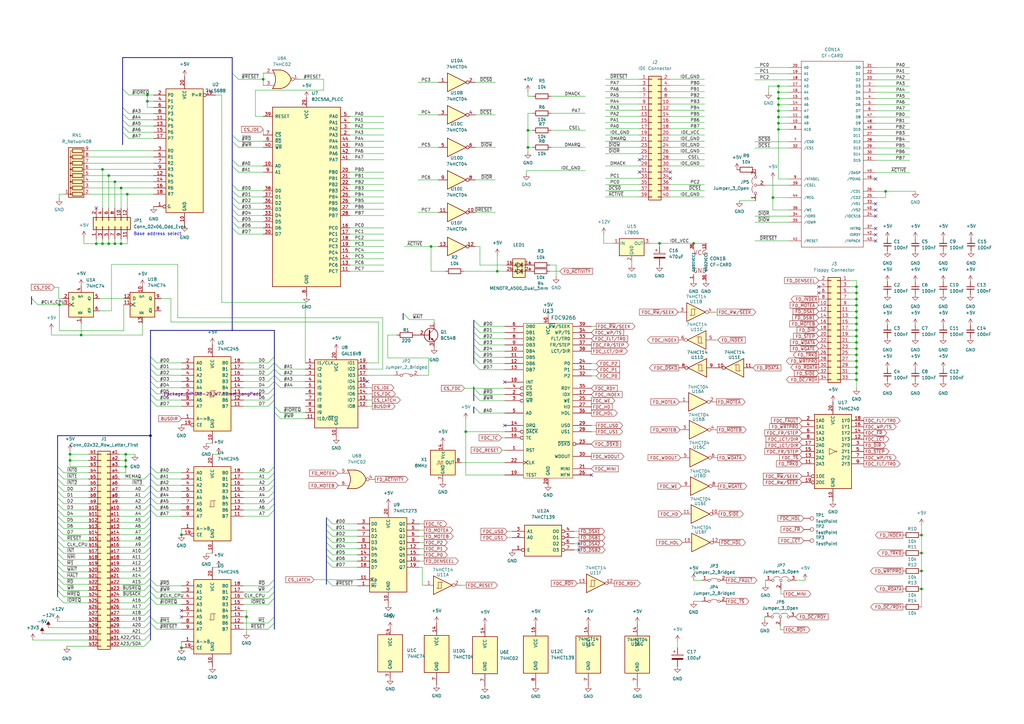
<source format=kicad_sch>
(kicad_sch (version 20211123) (generator eeschema)

  (uuid e63e39d7-6ac0-4ffd-8aa3-1841a4541b55)

  (paper "A3")

  (title_block
    (title "Z8C - Disk Interface")
    (comment 1 "IDE & Floppy Interface")
  )

  

  (junction (at 351.282 117.602) (diameter 0) (color 0 0 0 0)
    (uuid 03fe459e-855e-459f-8b47-beb9f02ea95a)
  )
  (junction (at 39.497 99.949) (diameter 0) (color 0 0 0 0)
    (uuid 0452da17-4ccf-4bdc-9fc3-b0a09600bd55)
  )
  (junction (at 51.562 186.309) (diameter 0) (color 0 0 0 0)
    (uuid 0588e431-d56d-4df4-9ffd-6cd4bba412cb)
  )
  (junction (at 216.535 60.452) (diameter 0) (color 0 0 0 0)
    (uuid 05931860-e52b-44ba-ac08-b0a78ae7bd52)
  )
  (junction (at 351.282 145.542) (diameter 0) (color 0 0 0 0)
    (uuid 0faff83f-9a6a-4be0-9352-627f102f4fe6)
  )
  (junction (at 52.197 79.629) (diameter 0) (color 0 0 0 0)
    (uuid 0fffb828-f291-41d3-a83c-4eaa3df13f3a)
  )
  (junction (at 51.562 188.849) (diameter 0) (color 0 0 0 0)
    (uuid 17adff9d-c581-42e4-b552-035b922b5256)
  )
  (junction (at 74.422 219.329) (diameter 0) (color 0 0 0 0)
    (uuid 198642f2-8db4-475b-ac24-9da65c994a3a)
  )
  (junction (at 377.952 219.456) (diameter 0) (color 0 0 0 0)
    (uuid 1c719174-9785-4350-8e60-11ceacf73dfb)
  )
  (junction (at 363.22 78.486) (diameter 0) (color 0 0 0 0)
    (uuid 1c92b6a8-47dc-4088-9aef-276a1c1833f2)
  )
  (junction (at 351.282 127.762) (diameter 0) (color 0 0 0 0)
    (uuid 1fad9673-141c-492f-81f5-93ae9f895085)
  )
  (junction (at 377.952 226.822) (diameter 0) (color 0 0 0 0)
    (uuid 2563b305-e52d-4f40-9e5c-70185f9132c0)
  )
  (junction (at 351.282 132.842) (diameter 0) (color 0 0 0 0)
    (uuid 2a3b8e87-e834-40c0-9cdd-280d765fcfc9)
  )
  (junction (at 319.278 40.386) (diameter 0) (color 0 0 0 0)
    (uuid 2cbff522-6292-4d98-919d-af75dbf1956b)
  )
  (junction (at 351.282 155.702) (diameter 0) (color 0 0 0 0)
    (uuid 2e07da98-a61c-43f3-a993-315d1346649a)
  )
  (junction (at 61.722 178.689) (diameter 0) (color 0 0 0 0)
    (uuid 2fea3f9c-a97b-4a77-88f7-98b3d8a00622)
  )
  (junction (at 24.384 124.968) (diameter 0) (color 0 0 0 0)
    (uuid 32b1fde6-d5c0-4172-87c8-30dec6e2f3c0)
  )
  (junction (at 351.282 150.622) (diameter 0) (color 0 0 0 0)
    (uuid 364e3970-38ed-48e4-bb29-d1dfd403f3ce)
  )
  (junction (at 42.037 69.469) (diameter 0) (color 0 0 0 0)
    (uuid 3768cce7-1e64-480e-bb38-0c6794a852ac)
  )
  (junction (at 49.657 77.089) (diameter 0) (color 0 0 0 0)
    (uuid 3785b88e-f652-4024-afb0-be4c22cdaea8)
  )
  (junction (at 60.452 38.989) (diameter 0) (color 0 0 0 0)
    (uuid 3ba59656-e36e-4caa-8957-90ed8686b3d3)
  )
  (junction (at 74.422 265.684) (diameter 0) (color 0 0 0 0)
    (uuid 3e3af5be-1b4c-4ba4-b660-3033fdf1caed)
  )
  (junction (at 377.952 241.554) (diameter 0) (color 0 0 0 0)
    (uuid 3e84d4e9-71de-40bd-a372-eafa7ca48843)
  )
  (junction (at 60.452 41.529) (diameter 0) (color 0 0 0 0)
    (uuid 5671ee13-03cd-4aa7-b0bd-d9a9f8428395)
  )
  (junction (at 319.278 50.546) (diameter 0) (color 0 0 0 0)
    (uuid 5a5a058b-5672-40dd-b9df-37a8895e73da)
  )
  (junction (at 319.278 48.006) (diameter 0) (color 0 0 0 0)
    (uuid 5ebddc9f-6ed6-41c8-b243-739bda8d866d)
  )
  (junction (at 284.48 99.822) (diameter 0) (color 0 0 0 0)
    (uuid 641e1838-5563-4e67-a883-789f4370c652)
  )
  (junction (at 319.278 53.086) (diameter 0) (color 0 0 0 0)
    (uuid 735eaead-721d-4ef0-9437-23f0c3f2ee6e)
  )
  (junction (at 176.784 101.092) (diameter 0) (color 0 0 0 0)
    (uuid 7a611a0c-35b7-4c08-8f5f-e8a634875946)
  )
  (junction (at 28.702 186.309) (diameter 0) (color 0 0 0 0)
    (uuid 8019bb27-2172-4d60-932e-7bd55a890b6c)
  )
  (junction (at 42.037 99.949) (diameter 0) (color 0 0 0 0)
    (uuid 82bf2831-f69a-4cf1-ad28-e7c6c4e8c86f)
  )
  (junction (at 351.282 148.082) (diameter 0) (color 0 0 0 0)
    (uuid 894de335-8bef-4c96-8ee7-d6a01840b730)
  )
  (junction (at 44.577 99.949) (diameter 0) (color 0 0 0 0)
    (uuid 8d054a8d-7435-41ed-8832-6067aada259a)
  )
  (junction (at 351.282 125.222) (diameter 0) (color 0 0 0 0)
    (uuid 8f2ce655-349d-48a9-a336-127d8df8e667)
  )
  (junction (at 191.008 177.038) (diameter 0) (color 0 0 0 0)
    (uuid 8fc57286-d9ff-4c41-b2c6-1f9deef80650)
  )
  (junction (at 44.577 72.009) (diameter 0) (color 0 0 0 0)
    (uuid 927b1eb6-e6f4-412f-9a58-8dc81a4889a0)
  )
  (junction (at 319.278 35.306) (diameter 0) (color 0 0 0 0)
    (uuid 96dd62ce-21c9-4033-8ea9-b5b2713ef137)
  )
  (junction (at 319.278 37.846) (diameter 0) (color 0 0 0 0)
    (uuid 9ee3b271-8436-4721-9830-033a646978b9)
  )
  (junction (at 351.282 135.382) (diameter 0) (color 0 0 0 0)
    (uuid a1a04aa9-d6d0-47b5-ae16-aa32682aa7bc)
  )
  (junction (at 351.282 140.462) (diameter 0) (color 0 0 0 0)
    (uuid a1c9f7a7-f9a4-48be-ace4-edb267af5cb2)
  )
  (junction (at 351.282 153.162) (diameter 0) (color 0 0 0 0)
    (uuid a240c9cd-5427-4cc1-91b1-ff5e6e80659c)
  )
  (junction (at 351.282 122.682) (diameter 0) (color 0 0 0 0)
    (uuid ac960760-5118-4555-9468-3cd00160b471)
  )
  (junction (at 319.278 42.926) (diameter 0) (color 0 0 0 0)
    (uuid ad7b958d-c5ea-46b6-859b-94afb9a12189)
  )
  (junction (at 28.702 188.849) (diameter 0) (color 0 0 0 0)
    (uuid aeaaa120-9cc5-4520-9a70-067fbc8f5b7b)
  )
  (junction (at 49.657 99.949) (diameter 0) (color 0 0 0 0)
    (uuid afc1392c-4488-4251-8167-de520abba754)
  )
  (junction (at 33.274 137.414) (diameter 0) (color 0 0 0 0)
    (uuid b3abe976-c41a-4b1b-8724-6c7e13e862c5)
  )
  (junction (at 51.562 191.389) (diameter 0) (color 0 0 0 0)
    (uuid b4856fa9-d711-4b3f-8ccf-343375c62dce)
  )
  (junction (at 203.962 111.252) (diameter 0) (color 0 0 0 0)
    (uuid b588b979-4105-4b99-9161-2bad9f30dfb6)
  )
  (junction (at 351.282 120.142) (diameter 0) (color 0 0 0 0)
    (uuid b59b5c80-755f-43ef-9576-0ed09c8a0efa)
  )
  (junction (at 101.092 252.984) (diameter 0) (color 0 0 0 0)
    (uuid b6346b0a-bb01-4e48-89f7-5054374e0d0d)
  )
  (junction (at 351.282 143.002) (diameter 0) (color 0 0 0 0)
    (uuid b722a917-6e0e-43c7-8601-f18665ea48dd)
  )
  (junction (at 351.282 137.922) (diameter 0) (color 0 0 0 0)
    (uuid b9c5900c-6557-4f80-afed-ca592db7df65)
  )
  (junction (at 47.117 99.949) (diameter 0) (color 0 0 0 0)
    (uuid ca9607c0-16b8-4085-880e-b87c3f210fd1)
  )
  (junction (at 316.992 81.026) (diameter 0) (color 0 0 0 0)
    (uuid cbc04cad-56e3-4ab5-98e1-7d53c0291261)
  )
  (junction (at 107.95 32.512) (diameter 0) (color 0 0 0 0)
    (uuid d7935b8b-4d1e-41aa-93e2-acf43b6e88a9)
  )
  (junction (at 377.952 234.188) (diameter 0) (color 0 0 0 0)
    (uuid dfded798-a110-42d8-a7c1-566d7359bff3)
  )
  (junction (at 319.278 45.466) (diameter 0) (color 0 0 0 0)
    (uuid e0e88176-248d-46d3-a37a-29ebebc61fff)
  )
  (junction (at 270.51 99.822) (diameter 0) (color 0 0 0 0)
    (uuid eec0eb03-ea7c-4ca1-94a2-2cc4fd287b84)
  )
  (junction (at 216.535 53.467) (diameter 0) (color 0 0 0 0)
    (uuid f51368c8-7ea8-480a-9de5-6d3981ef9b84)
  )
  (junction (at 47.117 74.549) (diameter 0) (color 0 0 0 0)
    (uuid f60d71f9-9a8e-4a62-960d-f7b9664aea76)
  )
  (junction (at 351.282 130.302) (diameter 0) (color 0 0 0 0)
    (uuid f8f682e7-30fc-4e14-a529-337b74fafa61)
  )

  (no_connect (at 274.955 73.152) (uuid 02d0702f-d8ad-4a90-a191-f223599676eb))
  (no_connect (at 274.955 70.612) (uuid 02d0702f-d8ad-4a90-a191-f223599676ec))
  (no_connect (at 359.156 98.806) (uuid 06cd87cf-4d7f-4c9d-9b74-e7d8d83ec145))
  (no_connect (at 74.422 252.984) (uuid 1f2605ff-0052-4214-ba00-e5f83f987c66))
  (no_connect (at 74.422 250.444) (uuid 2a6f1b1e-6809-43d7-b0c5-e4424e33d333))
  (no_connect (at 359.156 86.106) (uuid 707d6d69-a797-4e44-9486-2108e52e3509))
  (no_connect (at 359.156 83.566) (uuid 707d6d69-a797-4e44-9486-2108e52e350a))
  (no_connect (at 237.49 225.552) (uuid 7d90f032-d806-469d-8c75-21ab983d1a65))
  (no_connect (at 237.49 223.012) (uuid 7d90f032-d806-469d-8c75-21ab983d1a66))
  (no_connect (at 359.156 93.726) (uuid 83475fd9-db94-4c7c-aa15-1328895af6a9))
  (no_connect (at 359.156 73.406) (uuid 851d9c4b-e237-4efa-8211-d2e0aabd113b))
  (no_connect (at 39.497 85.344) (uuid 920d4bad-02a1-4dec-ab28-14beac42f339))
  (no_connect (at 359.156 96.266) (uuid 964b4cdf-2e3b-446d-949a-e3623bbd6ced))
  (no_connect (at 262.255 70.612) (uuid 9b2aa857-d4b8-4d54-9840-7c708f09f1c7))
  (no_connect (at 262.255 65.532) (uuid 9b2aa857-d4b8-4d54-9840-7c708f09f1c8))
  (no_connect (at 335.788 117.602) (uuid bd676c75-00d9-4c4a-9bec-0a6f6068e59f))
  (no_connect (at 335.788 120.142) (uuid bd676c75-00d9-4c4a-9bec-0a6f6068e5a0))
  (no_connect (at 207.01 174.498) (uuid d63bee14-9902-43b0-9b6b-a47f31c0b326))
  (no_connect (at 207.01 156.718) (uuid d63bee14-9902-43b0-9b6b-a47f31c0b327))
  (no_connect (at 359.156 88.646) (uuid f260e7fd-4f0b-465a-bab5-210522e81a81))
  (no_connect (at 150.622 156.464) (uuid f323a52a-7d89-4d63-9c5e-43f234531c27))
  (no_connect (at 242.57 194.818) (uuid ff91e5f3-5332-4984-918b-857d9d27ac92))

  (bus_entry (at 23.622 224.409) (size 2.54 2.54)
    (stroke (width 0) (type default) (color 0 0 0 0))
    (uuid 00185541-0a55-4e62-91d8-99e7a7720d36)
  )
  (bus_entry (at 112.522 252.984) (size -2.54 2.54)
    (stroke (width 0) (type default) (color 0 0 0 0))
    (uuid 04b9ebfa-2699-4160-9e9c-0c509052f4c5)
  )
  (bus_entry (at 97.79 83.312) (size -2.54 -2.54)
    (stroke (width 0) (type default) (color 0 0 0 0))
    (uuid 077384ec-a581-49ad-af44-ec7b3a27e958)
  )
  (bus_entry (at 97.79 93.472) (size -2.54 -2.54)
    (stroke (width 0) (type default) (color 0 0 0 0))
    (uuid 0cde3f00-47e7-4d59-8b83-e339c03ac01a)
  )
  (bus_entry (at 112.522 237.744) (size -2.54 2.54)
    (stroke (width 0) (type default) (color 0 0 0 0))
    (uuid 0f0d22b0-c2a7-436a-931c-fa4be6782d48)
  )
  (bus_entry (at 61.722 209.169) (size 2.54 2.54)
    (stroke (width 0) (type default) (color 0 0 0 0))
    (uuid 11896c2c-8771-4362-a4aa-2f8901fb1bc7)
  )
  (bus_entry (at 23.622 229.489) (size 2.54 2.54)
    (stroke (width 0) (type default) (color 0 0 0 0))
    (uuid 12c9f3e1-9431-42f8-b6f8-fb6fd35fc1cb)
  )
  (bus_entry (at 61.722 237.744) (size 2.54 2.54)
    (stroke (width 0) (type default) (color 0 0 0 0))
    (uuid 1416f46f-efcf-4c99-81af-d39cf81f2652)
  )
  (bus_entry (at 64.262 159.004) (size -2.54 -2.54)
    (stroke (width 0) (type default) (color 0 0 0 0))
    (uuid 16aa2316-1a67-45e5-b6c4-e59dd85814f4)
  )
  (bus_entry (at 196.85 151.638) (size -2.54 -2.54)
    (stroke (width 0) (type default) (color 0 0 0 0))
    (uuid 17110119-ed0f-4606-a93b-e5c502be1893)
  )
  (bus_entry (at 61.722 226.949) (size -2.54 2.54)
    (stroke (width 0) (type default) (color 0 0 0 0))
    (uuid 18eef4d3-c3b1-4511-89f0-f3ca5fbf521d)
  )
  (bus_entry (at 61.722 257.429) (size -2.54 2.54)
    (stroke (width 0) (type default) (color 0 0 0 0))
    (uuid 190829cf-8172-400f-bba0-21761cc942eb)
  )
  (bus_entry (at 196.85 144.018) (size -2.54 -2.54)
    (stroke (width 0) (type default) (color 0 0 0 0))
    (uuid 19b47d22-00cf-4d98-b19e-ed9a917c1c70)
  )
  (bus_entry (at 50.292 49.149) (size 2.54 2.54)
    (stroke (width 0) (type default) (color 0 0 0 0))
    (uuid 1c7ec62e-d96c-4a0d-ac32-e919b90a3c5b)
  )
  (bus_entry (at 196.85 146.558) (size -2.54 -2.54)
    (stroke (width 0) (type default) (color 0 0 0 0))
    (uuid 1ea637b5-9bdd-4940-b05b-2df523176d69)
  )
  (bus_entry (at 61.722 237.109) (size -2.54 2.54)
    (stroke (width 0) (type default) (color 0 0 0 0))
    (uuid 22591446-6d82-47ac-b525-9e9deb496c8c)
  )
  (bus_entry (at 136.398 217.424) (size -2.54 -2.54)
    (stroke (width 0) (type default) (color 0 0 0 0))
    (uuid 23c08b70-c08f-4bb8-88a9-d9bf50e7438a)
  )
  (bus_entry (at 61.722 201.549) (size 2.54 2.54)
    (stroke (width 0) (type default) (color 0 0 0 0))
    (uuid 23d00a59-0b4c-4084-acf1-2d0e73667d5f)
  )
  (bus_entry (at 109.982 148.844) (size 2.54 -2.54)
    (stroke (width 0) (type default) (color 0 0 0 0))
    (uuid 2571f4c8-d7fc-4e8c-94df-f480e56bb717)
  )
  (bus_entry (at 61.722 245.364) (size 2.54 2.54)
    (stroke (width 0) (type default) (color 0 0 0 0))
    (uuid 26fd0d92-e1d7-4ec3-9cd1-0c12f182f0d8)
  )
  (bus_entry (at 97.79 80.772) (size -2.54 -2.54)
    (stroke (width 0) (type default) (color 0 0 0 0))
    (uuid 293a6287-6c90-4829-87dd-85f481131544)
  )
  (bus_entry (at 61.722 239.649) (size -2.54 2.54)
    (stroke (width 0) (type default) (color 0 0 0 0))
    (uuid 2952439a-4d93-45a3-a998-2b2fce2c5fe9)
  )
  (bus_entry (at 165.354 128.524) (size 2.54 2.54)
    (stroke (width 0) (typ
... [382032 chars truncated]
</source>
